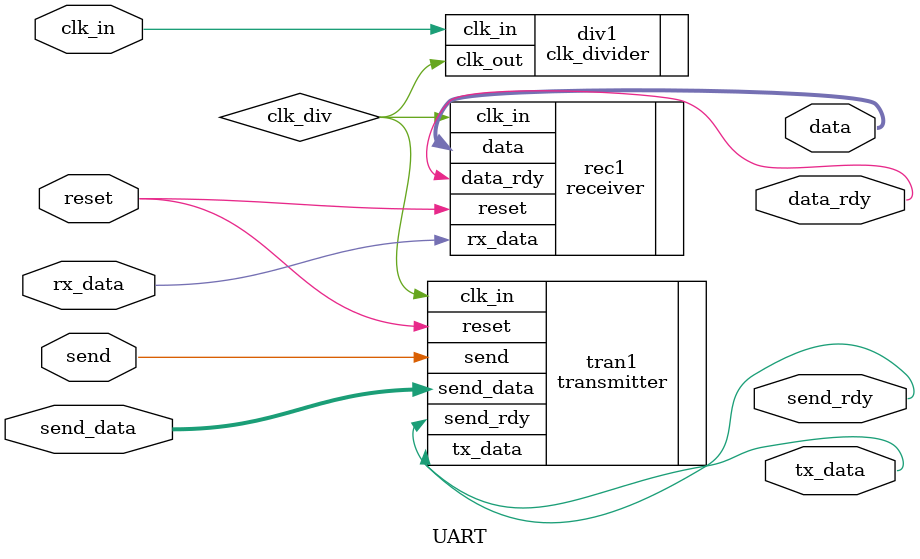
<source format=v>
`timescale 1ns / 1ps


module UART(clk_in, rx_data, data, data_rdy, reset, send, tx_data, send_data, send_rdy);

input clk_in, rx_data, reset, send;
input [7:0] send_data;

output data_rdy, send_rdy, tx_data;


output wire [7:0] data;

wire clk_div;
wire [7:0] data_link;
wire ready_link;

clk_divider div1(.clk_in(clk_in), .clk_out(clk_div));

receiver rec1(.clk_in(clk_div), .data_rdy(data_rdy), .rx_data(rx_data), .data(data), .reset(reset));

transmitter tran1(.clk_in(clk_div), .send(send), .reset(reset), .send_data(send_data), .send_rdy(send_rdy), .tx_data(tx_data));

endmodule

</source>
